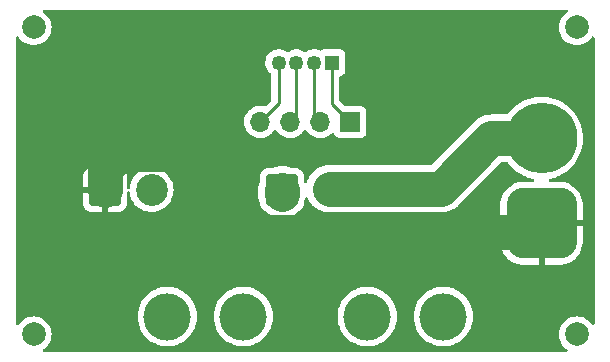
<source format=gtl>
%TF.GenerationSoftware,KiCad,Pcbnew,(6.0.9)*%
%TF.CreationDate,2022-12-21T01:12:51+09:00*%
%TF.ProjectId,power,706f7765-722e-46b6-9963-61645f706362,rev?*%
%TF.SameCoordinates,Original*%
%TF.FileFunction,Copper,L1,Top*%
%TF.FilePolarity,Positive*%
%FSLAX46Y46*%
G04 Gerber Fmt 4.6, Leading zero omitted, Abs format (unit mm)*
G04 Created by KiCad (PCBNEW (6.0.9)) date 2022-12-21 01:12:51*
%MOMM*%
%LPD*%
G01*
G04 APERTURE LIST*
G04 Aperture macros list*
%AMRoundRect*
0 Rectangle with rounded corners*
0 $1 Rounding radius*
0 $2 $3 $4 $5 $6 $7 $8 $9 X,Y pos of 4 corners*
0 Add a 4 corners polygon primitive as box body*
4,1,4,$2,$3,$4,$5,$6,$7,$8,$9,$2,$3,0*
0 Add four circle primitives for the rounded corners*
1,1,$1+$1,$2,$3*
1,1,$1+$1,$4,$5*
1,1,$1+$1,$6,$7*
1,1,$1+$1,$8,$9*
0 Add four rect primitives between the rounded corners*
20,1,$1+$1,$2,$3,$4,$5,0*
20,1,$1+$1,$4,$5,$6,$7,0*
20,1,$1+$1,$6,$7,$8,$9,0*
20,1,$1+$1,$8,$9,$2,$3,0*%
G04 Aperture macros list end*
%TA.AperFunction,ComponentPad*%
%ADD10R,1.251000X1.251000*%
%TD*%
%TA.AperFunction,ComponentPad*%
%ADD11C,1.251000*%
%TD*%
%TA.AperFunction,ComponentPad*%
%ADD12R,1.700000X1.700000*%
%TD*%
%TA.AperFunction,ComponentPad*%
%ADD13O,1.700000X1.700000*%
%TD*%
%TA.AperFunction,ComponentPad*%
%ADD14RoundRect,0.250001X-1.099999X-1.099999X1.099999X-1.099999X1.099999X1.099999X-1.099999X1.099999X0*%
%TD*%
%TA.AperFunction,ComponentPad*%
%ADD15C,2.700000*%
%TD*%
%TA.AperFunction,ComponentPad*%
%ADD16C,4.000000*%
%TD*%
%TA.AperFunction,ComponentPad*%
%ADD17RoundRect,1.500000X1.500000X-1.500000X1.500000X1.500000X-1.500000X1.500000X-1.500000X-1.500000X0*%
%TD*%
%TA.AperFunction,ComponentPad*%
%ADD18C,6.000000*%
%TD*%
%TA.AperFunction,ViaPad*%
%ADD19C,2.000000*%
%TD*%
%TA.AperFunction,Conductor*%
%ADD20C,3.000000*%
%TD*%
%TA.AperFunction,Conductor*%
%ADD21C,0.250000*%
%TD*%
G04 APERTURE END LIST*
D10*
%TO.P,J2,1,Pin_1*%
%TO.N,Net-(J2-Pad1)*%
X117250000Y-75000000D03*
D11*
%TO.P,J2,2,Pin_2*%
%TO.N,Net-(J2-Pad2)*%
X115750000Y-75000000D03*
%TO.P,J2,3,Pin_3*%
%TO.N,Net-(J2-Pad3)*%
X114250000Y-75000000D03*
%TO.P,J2,4,Pin_4*%
%TO.N,Net-(J2-Pad4)*%
X112750000Y-75000000D03*
%TD*%
D12*
%TO.P,J4,1,Pin_1*%
%TO.N,Net-(J2-Pad1)*%
X118800000Y-80025000D03*
D13*
%TO.P,J4,2,Pin_2*%
%TO.N,Net-(J2-Pad2)*%
X116260000Y-80025000D03*
%TO.P,J4,3,Pin_3*%
%TO.N,Net-(J2-Pad3)*%
X113720000Y-80025000D03*
%TO.P,J4,4,Pin_4*%
%TO.N,Net-(J2-Pad4)*%
X111180000Y-80025000D03*
%TD*%
D14*
%TO.P,J3,1,Pin_1*%
%TO.N,Net-(F1-Pad2)*%
X113020000Y-85775000D03*
D15*
%TO.P,J3,2,Pin_2*%
%TO.N,Net-(J1-Pad2)*%
X116980000Y-85775000D03*
%TD*%
D16*
%TO.P,F1,*%
%TO.N,*%
X120246000Y-96500000D03*
X109754000Y-96500000D03*
%TO.P,F1,1*%
%TO.N,Net-(F1-Pad1)*%
X103316000Y-96500000D03*
%TO.P,F1,2*%
%TO.N,Net-(F1-Pad2)*%
X126684000Y-96500000D03*
%TD*%
D14*
%TO.P,J5,1,Pin_1*%
%TO.N,GND*%
X98020000Y-85775000D03*
D15*
%TO.P,J5,2,Pin_2*%
%TO.N,Net-(F1-Pad1)*%
X101980000Y-85775000D03*
%TD*%
D17*
%TO.P,J1,1,Pin_1*%
%TO.N,GND*%
X135000000Y-88600000D03*
D18*
%TO.P,J1,2,Pin_2*%
%TO.N,Net-(J1-Pad2)*%
X135000000Y-81400000D03*
%TD*%
D19*
%TO.N,*%
X92000000Y-72000000D03*
X92000000Y-98000000D03*
X138000000Y-72000000D03*
X138000000Y-98000000D03*
%TD*%
D20*
%TO.N,GND*%
X110328352Y-89328352D02*
X103725000Y-82725000D01*
X103725000Y-82725000D02*
X99275000Y-82725000D01*
X98020000Y-83980000D02*
X98020000Y-85775000D01*
X99275000Y-82725000D02*
X98020000Y-83980000D01*
X134271648Y-89328352D02*
X110328352Y-89328352D01*
X135000000Y-88600000D02*
X134271648Y-89328352D01*
%TO.N,Net-(F1-Pad2)*%
X113020000Y-86128352D02*
X113020000Y-85775000D01*
%TO.N,Net-(J1-Pad2)*%
X135000000Y-81400000D02*
X130757360Y-81400000D01*
X130757360Y-81400000D02*
X126488426Y-85668934D01*
X126488426Y-85668934D02*
X117086066Y-85668934D01*
D21*
%TO.N,Net-(J2-Pad1)*%
X117250000Y-78475000D02*
X118800000Y-80025000D01*
X117250000Y-75000000D02*
X117250000Y-78475000D01*
%TO.N,Net-(J2-Pad2)*%
X115750000Y-79515000D02*
X116260000Y-80025000D01*
X115750000Y-75000000D02*
X115750000Y-79515000D01*
%TO.N,Net-(J2-Pad3)*%
X114250000Y-75000000D02*
X114250000Y-79495000D01*
X114250000Y-79495000D02*
X113720000Y-80025000D01*
%TO.N,Net-(J2-Pad4)*%
X112750000Y-78455000D02*
X111180000Y-80025000D01*
X112750000Y-75000000D02*
X112750000Y-78455000D01*
%TD*%
%TA.AperFunction,Conductor*%
%TO.N,GND*%
G36*
X137168175Y-70528502D02*
G01*
X137214668Y-70582158D01*
X137224772Y-70652432D01*
X137195278Y-70717012D01*
X137165890Y-70741933D01*
X137110584Y-70775824D01*
X136930031Y-70930031D01*
X136775824Y-71110584D01*
X136773245Y-71114792D01*
X136773241Y-71114798D01*
X136654346Y-71308817D01*
X136651760Y-71313037D01*
X136649867Y-71317607D01*
X136649865Y-71317611D01*
X136562789Y-71527833D01*
X136560895Y-71532406D01*
X136505465Y-71763289D01*
X136486835Y-72000000D01*
X136505465Y-72236711D01*
X136560895Y-72467594D01*
X136651760Y-72686963D01*
X136654346Y-72691183D01*
X136773241Y-72885202D01*
X136773245Y-72885208D01*
X136775824Y-72889416D01*
X136930031Y-73069969D01*
X137110584Y-73224176D01*
X137114792Y-73226755D01*
X137114798Y-73226759D01*
X137308817Y-73345654D01*
X137313037Y-73348240D01*
X137317607Y-73350133D01*
X137317611Y-73350135D01*
X137527833Y-73437211D01*
X137532406Y-73439105D01*
X137612609Y-73458360D01*
X137758476Y-73493380D01*
X137758482Y-73493381D01*
X137763289Y-73494535D01*
X138000000Y-73513165D01*
X138236711Y-73494535D01*
X138241518Y-73493381D01*
X138241524Y-73493380D01*
X138387391Y-73458360D01*
X138467594Y-73439105D01*
X138472167Y-73437211D01*
X138682389Y-73350135D01*
X138682393Y-73350133D01*
X138686963Y-73348240D01*
X138691183Y-73345654D01*
X138885202Y-73226759D01*
X138885208Y-73226755D01*
X138889416Y-73224176D01*
X139069969Y-73069969D01*
X139224176Y-72889416D01*
X139258067Y-72834111D01*
X139310715Y-72786480D01*
X139380756Y-72774873D01*
X139445954Y-72802976D01*
X139485608Y-72861867D01*
X139491500Y-72899946D01*
X139491500Y-97100054D01*
X139471498Y-97168175D01*
X139417842Y-97214668D01*
X139347568Y-97224772D01*
X139282988Y-97195278D01*
X139258067Y-97165889D01*
X139233054Y-97125072D01*
X139224176Y-97110584D01*
X139069969Y-96930031D01*
X138889416Y-96775824D01*
X138885208Y-96773245D01*
X138885202Y-96773241D01*
X138691183Y-96654346D01*
X138686963Y-96651760D01*
X138682393Y-96649867D01*
X138682389Y-96649865D01*
X138472167Y-96562789D01*
X138472165Y-96562788D01*
X138467594Y-96560895D01*
X138387391Y-96541640D01*
X138241524Y-96506620D01*
X138241518Y-96506619D01*
X138236711Y-96505465D01*
X138000000Y-96486835D01*
X137763289Y-96505465D01*
X137758482Y-96506619D01*
X137758476Y-96506620D01*
X137612609Y-96541640D01*
X137532406Y-96560895D01*
X137527835Y-96562788D01*
X137527833Y-96562789D01*
X137317611Y-96649865D01*
X137317607Y-96649867D01*
X137313037Y-96651760D01*
X137308817Y-96654346D01*
X137114798Y-96773241D01*
X137114792Y-96773245D01*
X137110584Y-96775824D01*
X136930031Y-96930031D01*
X136775824Y-97110584D01*
X136773245Y-97114792D01*
X136773241Y-97114798D01*
X136654346Y-97308817D01*
X136651760Y-97313037D01*
X136649867Y-97317607D01*
X136649865Y-97317611D01*
X136562789Y-97527833D01*
X136560895Y-97532406D01*
X136505465Y-97763289D01*
X136486835Y-98000000D01*
X136505465Y-98236711D01*
X136560895Y-98467594D01*
X136562788Y-98472165D01*
X136562789Y-98472167D01*
X136625719Y-98624093D01*
X136651760Y-98686963D01*
X136654346Y-98691183D01*
X136773241Y-98885202D01*
X136773245Y-98885208D01*
X136775824Y-98889416D01*
X136930031Y-99069969D01*
X137110584Y-99224176D01*
X137165889Y-99258067D01*
X137213520Y-99310715D01*
X137225127Y-99380756D01*
X137197024Y-99445954D01*
X137138133Y-99485608D01*
X137100054Y-99491500D01*
X92899946Y-99491500D01*
X92831825Y-99471498D01*
X92785332Y-99417842D01*
X92775228Y-99347568D01*
X92804722Y-99282988D01*
X92834111Y-99258067D01*
X92889416Y-99224176D01*
X93069969Y-99069969D01*
X93224176Y-98889416D01*
X93226755Y-98885208D01*
X93226759Y-98885202D01*
X93345654Y-98691183D01*
X93348240Y-98686963D01*
X93374282Y-98624093D01*
X93437211Y-98472167D01*
X93437212Y-98472165D01*
X93439105Y-98467594D01*
X93494535Y-98236711D01*
X93513165Y-98000000D01*
X93494535Y-97763289D01*
X93439105Y-97532406D01*
X93437211Y-97527833D01*
X93350135Y-97317611D01*
X93350133Y-97317607D01*
X93348240Y-97313037D01*
X93345654Y-97308817D01*
X93226759Y-97114798D01*
X93226755Y-97114792D01*
X93224176Y-97110584D01*
X93069969Y-96930031D01*
X92889416Y-96775824D01*
X92885208Y-96773245D01*
X92885202Y-96773241D01*
X92691183Y-96654346D01*
X92686963Y-96651760D01*
X92682393Y-96649867D01*
X92682389Y-96649865D01*
X92472167Y-96562789D01*
X92472165Y-96562788D01*
X92467594Y-96560895D01*
X92387391Y-96541640D01*
X92241524Y-96506620D01*
X92241518Y-96506619D01*
X92236711Y-96505465D01*
X92167273Y-96500000D01*
X100802540Y-96500000D01*
X100822359Y-96815020D01*
X100881505Y-97125072D01*
X100979044Y-97425266D01*
X100980731Y-97428852D01*
X100980733Y-97428856D01*
X101111750Y-97707283D01*
X101111754Y-97707290D01*
X101113438Y-97710869D01*
X101282568Y-97977375D01*
X101483767Y-98220582D01*
X101713860Y-98436654D01*
X101969221Y-98622184D01*
X102245821Y-98774247D01*
X102249490Y-98775700D01*
X102249495Y-98775702D01*
X102526061Y-98885202D01*
X102539298Y-98890443D01*
X102845025Y-98968940D01*
X103158179Y-99008500D01*
X103473821Y-99008500D01*
X103786975Y-98968940D01*
X104092702Y-98890443D01*
X104105939Y-98885202D01*
X104382505Y-98775702D01*
X104382510Y-98775700D01*
X104386179Y-98774247D01*
X104662779Y-98622184D01*
X104918140Y-98436654D01*
X105148233Y-98220582D01*
X105349432Y-97977375D01*
X105518562Y-97710869D01*
X105520246Y-97707290D01*
X105520250Y-97707283D01*
X105651267Y-97428856D01*
X105651269Y-97428852D01*
X105652956Y-97425266D01*
X105750495Y-97125072D01*
X105809641Y-96815020D01*
X105829460Y-96500000D01*
X107240540Y-96500000D01*
X107260359Y-96815020D01*
X107319505Y-97125072D01*
X107417044Y-97425266D01*
X107418731Y-97428852D01*
X107418733Y-97428856D01*
X107549750Y-97707283D01*
X107549754Y-97707290D01*
X107551438Y-97710869D01*
X107720568Y-97977375D01*
X107921767Y-98220582D01*
X108151860Y-98436654D01*
X108407221Y-98622184D01*
X108683821Y-98774247D01*
X108687490Y-98775700D01*
X108687495Y-98775702D01*
X108964061Y-98885202D01*
X108977298Y-98890443D01*
X109283025Y-98968940D01*
X109596179Y-99008500D01*
X109911821Y-99008500D01*
X110224975Y-98968940D01*
X110530702Y-98890443D01*
X110543939Y-98885202D01*
X110820505Y-98775702D01*
X110820510Y-98775700D01*
X110824179Y-98774247D01*
X111100779Y-98622184D01*
X111356140Y-98436654D01*
X111586233Y-98220582D01*
X111787432Y-97977375D01*
X111956562Y-97710869D01*
X111958246Y-97707290D01*
X111958250Y-97707283D01*
X112089267Y-97428856D01*
X112089269Y-97428852D01*
X112090956Y-97425266D01*
X112188495Y-97125072D01*
X112247641Y-96815020D01*
X112267460Y-96500000D01*
X117732540Y-96500000D01*
X117752359Y-96815020D01*
X117811505Y-97125072D01*
X117909044Y-97425266D01*
X117910731Y-97428852D01*
X117910733Y-97428856D01*
X118041750Y-97707283D01*
X118041754Y-97707290D01*
X118043438Y-97710869D01*
X118212568Y-97977375D01*
X118413767Y-98220582D01*
X118643860Y-98436654D01*
X118899221Y-98622184D01*
X119175821Y-98774247D01*
X119179490Y-98775700D01*
X119179495Y-98775702D01*
X119456061Y-98885202D01*
X119469298Y-98890443D01*
X119775025Y-98968940D01*
X120088179Y-99008500D01*
X120403821Y-99008500D01*
X120716975Y-98968940D01*
X121022702Y-98890443D01*
X121035939Y-98885202D01*
X121312505Y-98775702D01*
X121312510Y-98775700D01*
X121316179Y-98774247D01*
X121592779Y-98622184D01*
X121848140Y-98436654D01*
X122078233Y-98220582D01*
X122279432Y-97977375D01*
X122448562Y-97710869D01*
X122450246Y-97707290D01*
X122450250Y-97707283D01*
X122581267Y-97428856D01*
X122581269Y-97428852D01*
X122582956Y-97425266D01*
X122680495Y-97125072D01*
X122739641Y-96815020D01*
X122759460Y-96500000D01*
X124170540Y-96500000D01*
X124190359Y-96815020D01*
X124249505Y-97125072D01*
X124347044Y-97425266D01*
X124348731Y-97428852D01*
X124348733Y-97428856D01*
X124479750Y-97707283D01*
X124479754Y-97707290D01*
X124481438Y-97710869D01*
X124650568Y-97977375D01*
X124851767Y-98220582D01*
X125081860Y-98436654D01*
X125337221Y-98622184D01*
X125613821Y-98774247D01*
X125617490Y-98775700D01*
X125617495Y-98775702D01*
X125894061Y-98885202D01*
X125907298Y-98890443D01*
X126213025Y-98968940D01*
X126526179Y-99008500D01*
X126841821Y-99008500D01*
X127154975Y-98968940D01*
X127460702Y-98890443D01*
X127473939Y-98885202D01*
X127750505Y-98775702D01*
X127750510Y-98775700D01*
X127754179Y-98774247D01*
X128030779Y-98622184D01*
X128286140Y-98436654D01*
X128516233Y-98220582D01*
X128717432Y-97977375D01*
X128886562Y-97710869D01*
X128888246Y-97707290D01*
X128888250Y-97707283D01*
X129019267Y-97428856D01*
X129019269Y-97428852D01*
X129020956Y-97425266D01*
X129118495Y-97125072D01*
X129177641Y-96815020D01*
X129197460Y-96500000D01*
X129177641Y-96184980D01*
X129118495Y-95874928D01*
X129020956Y-95574734D01*
X129019267Y-95571144D01*
X128888250Y-95292717D01*
X128888246Y-95292710D01*
X128886562Y-95289131D01*
X128717432Y-95022625D01*
X128516233Y-94779418D01*
X128286140Y-94563346D01*
X128030779Y-94377816D01*
X127754179Y-94225753D01*
X127750510Y-94224300D01*
X127750505Y-94224298D01*
X127464372Y-94111010D01*
X127464371Y-94111010D01*
X127460702Y-94109557D01*
X127154975Y-94031060D01*
X126841821Y-93991500D01*
X126526179Y-93991500D01*
X126213025Y-94031060D01*
X125907298Y-94109557D01*
X125903629Y-94111010D01*
X125903628Y-94111010D01*
X125617495Y-94224298D01*
X125617490Y-94224300D01*
X125613821Y-94225753D01*
X125337221Y-94377816D01*
X125081860Y-94563346D01*
X124851767Y-94779418D01*
X124650568Y-95022625D01*
X124481438Y-95289131D01*
X124479754Y-95292710D01*
X124479750Y-95292717D01*
X124348733Y-95571144D01*
X124347044Y-95574734D01*
X124249505Y-95874928D01*
X124190359Y-96184980D01*
X124170540Y-96500000D01*
X122759460Y-96500000D01*
X122739641Y-96184980D01*
X122680495Y-95874928D01*
X122582956Y-95574734D01*
X122581267Y-95571144D01*
X122450250Y-95292717D01*
X122450246Y-95292710D01*
X122448562Y-95289131D01*
X122279432Y-95022625D01*
X122078233Y-94779418D01*
X121848140Y-94563346D01*
X121592779Y-94377816D01*
X121316179Y-94225753D01*
X121312510Y-94224300D01*
X121312505Y-94224298D01*
X121026372Y-94111010D01*
X121026371Y-94111010D01*
X121022702Y-94109557D01*
X120716975Y-94031060D01*
X120403821Y-93991500D01*
X120088179Y-93991500D01*
X119775025Y-94031060D01*
X119469298Y-94109557D01*
X119465629Y-94111010D01*
X119465628Y-94111010D01*
X119179495Y-94224298D01*
X119179490Y-94224300D01*
X119175821Y-94225753D01*
X118899221Y-94377816D01*
X118643860Y-94563346D01*
X118413767Y-94779418D01*
X118212568Y-95022625D01*
X118043438Y-95289131D01*
X118041754Y-95292710D01*
X118041750Y-95292717D01*
X117910733Y-95571144D01*
X117909044Y-95574734D01*
X117811505Y-95874928D01*
X117752359Y-96184980D01*
X117732540Y-96500000D01*
X112267460Y-96500000D01*
X112247641Y-96184980D01*
X112188495Y-95874928D01*
X112090956Y-95574734D01*
X112089267Y-95571144D01*
X111958250Y-95292717D01*
X111958246Y-95292710D01*
X111956562Y-95289131D01*
X111787432Y-95022625D01*
X111586233Y-94779418D01*
X111356140Y-94563346D01*
X111100779Y-94377816D01*
X110824179Y-94225753D01*
X110820510Y-94224300D01*
X110820505Y-94224298D01*
X110534372Y-94111010D01*
X110534371Y-94111010D01*
X110530702Y-94109557D01*
X110224975Y-94031060D01*
X109911821Y-93991500D01*
X109596179Y-93991500D01*
X109283025Y-94031060D01*
X108977298Y-94109557D01*
X108973629Y-94111010D01*
X108973628Y-94111010D01*
X108687495Y-94224298D01*
X108687490Y-94224300D01*
X108683821Y-94225753D01*
X108407221Y-94377816D01*
X108151860Y-94563346D01*
X107921767Y-94779418D01*
X107720568Y-95022625D01*
X107551438Y-95289131D01*
X107549754Y-95292710D01*
X107549750Y-95292717D01*
X107418733Y-95571144D01*
X107417044Y-95574734D01*
X107319505Y-95874928D01*
X107260359Y-96184980D01*
X107240540Y-96500000D01*
X105829460Y-96500000D01*
X105809641Y-96184980D01*
X105750495Y-95874928D01*
X105652956Y-95574734D01*
X105651267Y-95571144D01*
X105520250Y-95292717D01*
X105520246Y-95292710D01*
X105518562Y-95289131D01*
X105349432Y-95022625D01*
X105148233Y-94779418D01*
X104918140Y-94563346D01*
X104662779Y-94377816D01*
X104386179Y-94225753D01*
X104382510Y-94224300D01*
X104382505Y-94224298D01*
X104096372Y-94111010D01*
X104096371Y-94111010D01*
X104092702Y-94109557D01*
X103786975Y-94031060D01*
X103473821Y-93991500D01*
X103158179Y-93991500D01*
X102845025Y-94031060D01*
X102539298Y-94109557D01*
X102535629Y-94111010D01*
X102535628Y-94111010D01*
X102249495Y-94224298D01*
X102249490Y-94224300D01*
X102245821Y-94225753D01*
X101969221Y-94377816D01*
X101713860Y-94563346D01*
X101483767Y-94779418D01*
X101282568Y-95022625D01*
X101113438Y-95289131D01*
X101111754Y-95292710D01*
X101111750Y-95292717D01*
X100980733Y-95571144D01*
X100979044Y-95574734D01*
X100881505Y-95874928D01*
X100822359Y-96184980D01*
X100802540Y-96500000D01*
X92167273Y-96500000D01*
X92000000Y-96486835D01*
X91763289Y-96505465D01*
X91758482Y-96506619D01*
X91758476Y-96506620D01*
X91612609Y-96541640D01*
X91532406Y-96560895D01*
X91527835Y-96562788D01*
X91527833Y-96562789D01*
X91317611Y-96649865D01*
X91317607Y-96649867D01*
X91313037Y-96651760D01*
X91308817Y-96654346D01*
X91114798Y-96773241D01*
X91114792Y-96773245D01*
X91110584Y-96775824D01*
X90930031Y-96930031D01*
X90775824Y-97110584D01*
X90766946Y-97125072D01*
X90741933Y-97165889D01*
X90689285Y-97213520D01*
X90619244Y-97225127D01*
X90554046Y-97197024D01*
X90514392Y-97138133D01*
X90508500Y-97100054D01*
X90508500Y-90210915D01*
X131492001Y-90210915D01*
X131492061Y-90213672D01*
X131494601Y-90271855D01*
X131495317Y-90278972D01*
X131537999Y-90548453D01*
X131539978Y-90557023D01*
X131619504Y-90817143D01*
X131622655Y-90825353D01*
X131737613Y-91071882D01*
X131741876Y-91079572D01*
X131890024Y-91307700D01*
X131895314Y-91314719D01*
X132073783Y-91520024D01*
X132079976Y-91526217D01*
X132285281Y-91704686D01*
X132292300Y-91709976D01*
X132520428Y-91858124D01*
X132528118Y-91862387D01*
X132774647Y-91977345D01*
X132782857Y-91980496D01*
X133042977Y-92060022D01*
X133051547Y-92062001D01*
X133321044Y-92104685D01*
X133328128Y-92105399D01*
X133386331Y-92107940D01*
X133389083Y-92108000D01*
X134727885Y-92108000D01*
X134743124Y-92103525D01*
X134744329Y-92102135D01*
X134746000Y-92094452D01*
X134746000Y-92089884D01*
X135254000Y-92089884D01*
X135258475Y-92105123D01*
X135259865Y-92106328D01*
X135267548Y-92107999D01*
X136610915Y-92107999D01*
X136613672Y-92107939D01*
X136671855Y-92105399D01*
X136678972Y-92104683D01*
X136948453Y-92062001D01*
X136957023Y-92060022D01*
X137217143Y-91980496D01*
X137225353Y-91977345D01*
X137471882Y-91862387D01*
X137479572Y-91858124D01*
X137707700Y-91709976D01*
X137714719Y-91704686D01*
X137920024Y-91526217D01*
X137926217Y-91520024D01*
X138104686Y-91314719D01*
X138109976Y-91307700D01*
X138258124Y-91079572D01*
X138262387Y-91071882D01*
X138377345Y-90825353D01*
X138380496Y-90817143D01*
X138460022Y-90557023D01*
X138462001Y-90548453D01*
X138504685Y-90278956D01*
X138505399Y-90271872D01*
X138507940Y-90213669D01*
X138508000Y-90210917D01*
X138508000Y-88872115D01*
X138503525Y-88856876D01*
X138502135Y-88855671D01*
X138494452Y-88854000D01*
X135272115Y-88854000D01*
X135256876Y-88858475D01*
X135255671Y-88859865D01*
X135254000Y-88867548D01*
X135254000Y-92089884D01*
X134746000Y-92089884D01*
X134746000Y-88872115D01*
X134741525Y-88856876D01*
X134740135Y-88855671D01*
X134732452Y-88854000D01*
X131510116Y-88854000D01*
X131494877Y-88858475D01*
X131493672Y-88859865D01*
X131492001Y-88867548D01*
X131492001Y-90210915D01*
X90508500Y-90210915D01*
X90508500Y-86922096D01*
X96162000Y-86922096D01*
X96162337Y-86928611D01*
X96172256Y-87024203D01*
X96175150Y-87037602D01*
X96226588Y-87191783D01*
X96232762Y-87204962D01*
X96318063Y-87342807D01*
X96327099Y-87354208D01*
X96441830Y-87468739D01*
X96453241Y-87477751D01*
X96591245Y-87562818D01*
X96604423Y-87568962D01*
X96758716Y-87620139D01*
X96772081Y-87623005D01*
X96866439Y-87632672D01*
X96872855Y-87633000D01*
X97747885Y-87633000D01*
X97763124Y-87628525D01*
X97764329Y-87627135D01*
X97766000Y-87619452D01*
X97766000Y-87614885D01*
X98274000Y-87614885D01*
X98278475Y-87630124D01*
X98279865Y-87631329D01*
X98287548Y-87633000D01*
X99167096Y-87633000D01*
X99173611Y-87632663D01*
X99269203Y-87622744D01*
X99282602Y-87619850D01*
X99436783Y-87568412D01*
X99449962Y-87562238D01*
X99587807Y-87476937D01*
X99599208Y-87467901D01*
X99713739Y-87353170D01*
X99722751Y-87341759D01*
X99807818Y-87203755D01*
X99813962Y-87190577D01*
X99865139Y-87036284D01*
X99868005Y-87022919D01*
X99877672Y-86928561D01*
X99878000Y-86922145D01*
X99878000Y-86001601D01*
X99898002Y-85933480D01*
X99951658Y-85886987D01*
X100021932Y-85876883D01*
X100086512Y-85906377D01*
X100124896Y-85966103D01*
X100127589Y-85979538D01*
X100128005Y-85979462D01*
X100139527Y-86042548D01*
X100175290Y-86238371D01*
X100258584Y-86488034D01*
X100260577Y-86492022D01*
X100354018Y-86679026D01*
X100376225Y-86723470D01*
X100378754Y-86727129D01*
X100513530Y-86922134D01*
X100525865Y-86939982D01*
X100616198Y-87037703D01*
X100698755Y-87127012D01*
X100704520Y-87133249D01*
X100908623Y-87299415D01*
X100912431Y-87301708D01*
X100912433Y-87301709D01*
X101130288Y-87432868D01*
X101130292Y-87432870D01*
X101134104Y-87435165D01*
X101267306Y-87491569D01*
X101372359Y-87536054D01*
X101372364Y-87536056D01*
X101376462Y-87537791D01*
X101380760Y-87538930D01*
X101380764Y-87538932D01*
X101494024Y-87568962D01*
X101630862Y-87605244D01*
X101892229Y-87636179D01*
X102155347Y-87629978D01*
X102159745Y-87629246D01*
X102410576Y-87587496D01*
X102410580Y-87587495D01*
X102414966Y-87586765D01*
X102419207Y-87585424D01*
X102419210Y-87585423D01*
X102661661Y-87508746D01*
X102661663Y-87508745D01*
X102665907Y-87507403D01*
X102669918Y-87505477D01*
X102669923Y-87505475D01*
X102899143Y-87395405D01*
X102899144Y-87395404D01*
X102903162Y-87393475D01*
X103013187Y-87319958D01*
X103118289Y-87249732D01*
X103118293Y-87249729D01*
X103121997Y-87247254D01*
X103125314Y-87244283D01*
X103125318Y-87244280D01*
X103314729Y-87074629D01*
X103314730Y-87074628D01*
X103318047Y-87071657D01*
X103487398Y-86870189D01*
X103520585Y-86816977D01*
X103601362Y-86687455D01*
X103626674Y-86646869D01*
X103668974Y-86551189D01*
X103731295Y-86410219D01*
X103733093Y-86406152D01*
X103791658Y-86198498D01*
X111011500Y-86198498D01*
X111011653Y-86200684D01*
X111011653Y-86200688D01*
X111025721Y-86401869D01*
X111026189Y-86408564D01*
X111084591Y-86683322D01*
X111086094Y-86687451D01*
X111086095Y-86687455D01*
X111153901Y-86873750D01*
X111161500Y-86916844D01*
X111161500Y-86925400D01*
X111161837Y-86928646D01*
X111161837Y-86928650D01*
X111171752Y-87024203D01*
X111172474Y-87031165D01*
X111174655Y-87037701D01*
X111174655Y-87037703D01*
X111218728Y-87169805D01*
X111228450Y-87198945D01*
X111321522Y-87349348D01*
X111446697Y-87474305D01*
X111452927Y-87478145D01*
X111452928Y-87478146D01*
X111500392Y-87507403D01*
X111597262Y-87567115D01*
X111604212Y-87569420D01*
X111610817Y-87572500D01*
X111648207Y-87599170D01*
X111669705Y-87621432D01*
X111669711Y-87621438D01*
X111672769Y-87624604D01*
X111894118Y-87797540D01*
X111897922Y-87799736D01*
X111897929Y-87799741D01*
X112095067Y-87913558D01*
X112137381Y-87937988D01*
X112397824Y-88043214D01*
X112402097Y-88044279D01*
X112402099Y-88044280D01*
X112666107Y-88110105D01*
X112666112Y-88110106D01*
X112670376Y-88111169D01*
X112674744Y-88111628D01*
X112674749Y-88111629D01*
X112945364Y-88140071D01*
X112945367Y-88140071D01*
X112949733Y-88140530D01*
X112954121Y-88140377D01*
X112954127Y-88140377D01*
X113226061Y-88130881D01*
X113226067Y-88130880D01*
X113230458Y-88130727D01*
X113234781Y-88129965D01*
X113234788Y-88129964D01*
X113410494Y-88098982D01*
X113507087Y-88081950D01*
X113774235Y-87995149D01*
X113778188Y-87993221D01*
X113778193Y-87993219D01*
X113891432Y-87937988D01*
X114026702Y-87872012D01*
X114030341Y-87869557D01*
X114030347Y-87869554D01*
X114141125Y-87794833D01*
X114259576Y-87714937D01*
X114393339Y-87594496D01*
X114430721Y-87572718D01*
X114430372Y-87571972D01*
X114437001Y-87568867D01*
X114443945Y-87566550D01*
X114453050Y-87560916D01*
X114588120Y-87477332D01*
X114594348Y-87473478D01*
X114719305Y-87348303D01*
X114752169Y-87294988D01*
X114808275Y-87203968D01*
X114808276Y-87203966D01*
X114812115Y-87197738D01*
X114844008Y-87101584D01*
X114865632Y-87036389D01*
X114865632Y-87036387D01*
X114867797Y-87029861D01*
X114868509Y-87022919D01*
X114877006Y-86939982D01*
X114878500Y-86925400D01*
X114878500Y-86918962D01*
X114889393Y-86867713D01*
X114910195Y-86820991D01*
X114910196Y-86820989D01*
X114911982Y-86816977D01*
X114989407Y-86546962D01*
X114996975Y-86493115D01*
X115026264Y-86428441D01*
X115085868Y-86389868D01*
X115156864Y-86389643D01*
X115216712Y-86427837D01*
X115234997Y-86455416D01*
X115342406Y-86675636D01*
X115344861Y-86679275D01*
X115344864Y-86679281D01*
X115497014Y-86904853D01*
X115499481Y-86908510D01*
X115502425Y-86911779D01*
X115502433Y-86911790D01*
X115514001Y-86924638D01*
X115520511Y-86932872D01*
X115520548Y-86932842D01*
X115523331Y-86936316D01*
X115525865Y-86939982D01*
X115528884Y-86943247D01*
X115528888Y-86943253D01*
X115600591Y-87020820D01*
X115601702Y-87022038D01*
X115687437Y-87117256D01*
X115690799Y-87120077D01*
X115691569Y-87120723D01*
X115698167Y-87127012D01*
X115698247Y-87126927D01*
X115701498Y-87129980D01*
X115704520Y-87133249D01*
X115707973Y-87136061D01*
X115707975Y-87136062D01*
X115770250Y-87186762D01*
X115771636Y-87187908D01*
X115902616Y-87297813D01*
X116140830Y-87446665D01*
X116277249Y-87507403D01*
X116372798Y-87549944D01*
X116397441Y-87560916D01*
X116438600Y-87572718D01*
X116648830Y-87633000D01*
X116667456Y-87638341D01*
X116671806Y-87638952D01*
X116671809Y-87638953D01*
X116774756Y-87653421D01*
X116945618Y-87677434D01*
X126432531Y-87677434D01*
X126439125Y-87677607D01*
X126519167Y-87681802D01*
X126519173Y-87681802D01*
X126523564Y-87682032D01*
X126527941Y-87681649D01*
X126527945Y-87681649D01*
X126644940Y-87671413D01*
X126647133Y-87671241D01*
X126764253Y-87663052D01*
X126764259Y-87663051D01*
X126768638Y-87662745D01*
X126778319Y-87660687D01*
X126793526Y-87658415D01*
X126799001Y-87657936D01*
X126799014Y-87657934D01*
X126803392Y-87657551D01*
X126807671Y-87656563D01*
X126807678Y-87656562D01*
X126922121Y-87630141D01*
X126924266Y-87629666D01*
X127039089Y-87605259D01*
X127039096Y-87605257D01*
X127043396Y-87604343D01*
X127052707Y-87600954D01*
X127067445Y-87596589D01*
X127077089Y-87594362D01*
X127100377Y-87585423D01*
X127159265Y-87562818D01*
X127190826Y-87550703D01*
X127192857Y-87549944D01*
X127303208Y-87509780D01*
X127303217Y-87509776D01*
X127307352Y-87508271D01*
X127316090Y-87503625D01*
X127330078Y-87497251D01*
X127335212Y-87495280D01*
X127335224Y-87495275D01*
X127339328Y-87493699D01*
X127445947Y-87434598D01*
X127447814Y-87433586D01*
X127551484Y-87378464D01*
X127551493Y-87378458D01*
X127555368Y-87376398D01*
X127558925Y-87373813D01*
X127558931Y-87373810D01*
X127563379Y-87370579D01*
X127576353Y-87362313D01*
X127585005Y-87357517D01*
X127682270Y-87284223D01*
X127684024Y-87282925D01*
X127779063Y-87213875D01*
X127779064Y-87213874D01*
X127782618Y-87211292D01*
X127788579Y-87205536D01*
X127789746Y-87204409D01*
X127801438Y-87194424D01*
X127805819Y-87191122D01*
X127805820Y-87191121D01*
X127809338Y-87188470D01*
X127895414Y-87102394D01*
X127896982Y-87100852D01*
X127927214Y-87071657D01*
X127984678Y-87016165D01*
X127990779Y-87008356D01*
X128000974Y-86996834D01*
X131552403Y-83445405D01*
X131614715Y-83411379D01*
X131641498Y-83408500D01*
X132052577Y-83408500D01*
X132120698Y-83428502D01*
X132154509Y-83460434D01*
X132155875Y-83462314D01*
X132157668Y-83465075D01*
X132389098Y-83750867D01*
X132649133Y-84010902D01*
X132934925Y-84242332D01*
X133243342Y-84442620D01*
X133246276Y-84444115D01*
X133246283Y-84444119D01*
X133490415Y-84568510D01*
X133571006Y-84609573D01*
X133618635Y-84627856D01*
X133888773Y-84731552D01*
X133914326Y-84741361D01*
X134269541Y-84836541D01*
X134272793Y-84837056D01*
X134272802Y-84837058D01*
X134301178Y-84841552D01*
X134365331Y-84871965D01*
X134402858Y-84932233D01*
X134401844Y-85003223D01*
X134362611Y-85062394D01*
X134297615Y-85090962D01*
X134281467Y-85092001D01*
X133389086Y-85092001D01*
X133386328Y-85092061D01*
X133328145Y-85094601D01*
X133321028Y-85095317D01*
X133051547Y-85137999D01*
X133042977Y-85139978D01*
X132782857Y-85219504D01*
X132774647Y-85222655D01*
X132528118Y-85337613D01*
X132520428Y-85341876D01*
X132292300Y-85490024D01*
X132285281Y-85495314D01*
X132079976Y-85673783D01*
X132073783Y-85679976D01*
X131895314Y-85885281D01*
X131890024Y-85892300D01*
X131741876Y-86120428D01*
X131737613Y-86128118D01*
X131622655Y-86374647D01*
X131619504Y-86382857D01*
X131539978Y-86642977D01*
X131537999Y-86651547D01*
X131495315Y-86921044D01*
X131494601Y-86928128D01*
X131492060Y-86986331D01*
X131492000Y-86989083D01*
X131492000Y-88327885D01*
X131496475Y-88343124D01*
X131497865Y-88344329D01*
X131505548Y-88346000D01*
X138489884Y-88346000D01*
X138505123Y-88341525D01*
X138506328Y-88340135D01*
X138507999Y-88332452D01*
X138507999Y-86989086D01*
X138507939Y-86986328D01*
X138505399Y-86928145D01*
X138504683Y-86921028D01*
X138462001Y-86651547D01*
X138460022Y-86642977D01*
X138380496Y-86382857D01*
X138377345Y-86374647D01*
X138262387Y-86128118D01*
X138258124Y-86120428D01*
X138109976Y-85892300D01*
X138104686Y-85885281D01*
X137926217Y-85679976D01*
X137920024Y-85673783D01*
X137714719Y-85495314D01*
X137707700Y-85490024D01*
X137479572Y-85341876D01*
X137471882Y-85337613D01*
X137225353Y-85222655D01*
X137217143Y-85219504D01*
X136957023Y-85139978D01*
X136948453Y-85137999D01*
X136678956Y-85095315D01*
X136671872Y-85094601D01*
X136613669Y-85092060D01*
X136610917Y-85092000D01*
X135718536Y-85092000D01*
X135650415Y-85071998D01*
X135603922Y-85018342D01*
X135593818Y-84948068D01*
X135623312Y-84883488D01*
X135683038Y-84845104D01*
X135698827Y-84841551D01*
X135727193Y-84837059D01*
X135727206Y-84837056D01*
X135730459Y-84836541D01*
X136085674Y-84741361D01*
X136111228Y-84731552D01*
X136381365Y-84627856D01*
X136428994Y-84609573D01*
X136509585Y-84568510D01*
X136753717Y-84444119D01*
X136753724Y-84444115D01*
X136756658Y-84442620D01*
X137065075Y-84242332D01*
X137350867Y-84010902D01*
X137610902Y-83750867D01*
X137842332Y-83465075D01*
X138042620Y-83156657D01*
X138209573Y-82828994D01*
X138341361Y-82485674D01*
X138436541Y-82130459D01*
X138494069Y-81767241D01*
X138513315Y-81400000D01*
X138494069Y-81032759D01*
X138489236Y-81002240D01*
X138461272Y-80825688D01*
X138436541Y-80669541D01*
X138341361Y-80314326D01*
X138209573Y-79971006D01*
X138114646Y-79784702D01*
X138044119Y-79646284D01*
X138044115Y-79646277D01*
X138042620Y-79643343D01*
X138037085Y-79634819D01*
X137883094Y-79397693D01*
X137842332Y-79334925D01*
X137610902Y-79049133D01*
X137350867Y-78789098D01*
X137065075Y-78557668D01*
X136756658Y-78357380D01*
X136753724Y-78355885D01*
X136753717Y-78355881D01*
X136431934Y-78191925D01*
X136428994Y-78190427D01*
X136085674Y-78058639D01*
X135730459Y-77963459D01*
X135537442Y-77932888D01*
X135370489Y-77906445D01*
X135370481Y-77906444D01*
X135367241Y-77905931D01*
X135000000Y-77886685D01*
X134632759Y-77905931D01*
X134629519Y-77906444D01*
X134629511Y-77906445D01*
X134462558Y-77932888D01*
X134269541Y-77963459D01*
X133914326Y-78058639D01*
X133571006Y-78190427D01*
X133568066Y-78191925D01*
X133246284Y-78355881D01*
X133246277Y-78355885D01*
X133243343Y-78357380D01*
X133240577Y-78359176D01*
X133240574Y-78359178D01*
X133139024Y-78425125D01*
X132934925Y-78557668D01*
X132649133Y-78789098D01*
X132389098Y-79049133D01*
X132328902Y-79123469D01*
X132167870Y-79322327D01*
X132157668Y-79334925D01*
X132155875Y-79337686D01*
X132154509Y-79339566D01*
X132098285Y-79382917D01*
X132052577Y-79391500D01*
X130813249Y-79391500D01*
X130806655Y-79391327D01*
X130726618Y-79387132D01*
X130726612Y-79387132D01*
X130722221Y-79386902D01*
X130717844Y-79387285D01*
X130717839Y-79387285D01*
X130600842Y-79397521D01*
X130598650Y-79397693D01*
X130481533Y-79405882D01*
X130481528Y-79405883D01*
X130477148Y-79406189D01*
X130467467Y-79408247D01*
X130452260Y-79410519D01*
X130446785Y-79410998D01*
X130446772Y-79411000D01*
X130442394Y-79411383D01*
X130438115Y-79412371D01*
X130438108Y-79412372D01*
X130323665Y-79438793D01*
X130321520Y-79439268D01*
X130206697Y-79463675D01*
X130206690Y-79463677D01*
X130202390Y-79464591D01*
X130193079Y-79467980D01*
X130178341Y-79472345D01*
X130168697Y-79474572D01*
X130054982Y-79518223D01*
X130052951Y-79518982D01*
X129942567Y-79559158D01*
X129942558Y-79559162D01*
X129938434Y-79560663D01*
X129934562Y-79562722D01*
X129934550Y-79562727D01*
X129929685Y-79565314D01*
X129915694Y-79571690D01*
X129910567Y-79573658D01*
X129910560Y-79573661D01*
X129906458Y-79575236D01*
X129902612Y-79577368D01*
X129799929Y-79634286D01*
X129798018Y-79635324D01*
X129690418Y-79692536D01*
X129686859Y-79695122D01*
X129682416Y-79698350D01*
X129669433Y-79706621D01*
X129664635Y-79709280D01*
X129664626Y-79709286D01*
X129660781Y-79711417D01*
X129576794Y-79774707D01*
X129563530Y-79784702D01*
X129561788Y-79785991D01*
X129463168Y-79857642D01*
X129460003Y-79860698D01*
X129460001Y-79860700D01*
X129456037Y-79864528D01*
X129444344Y-79874514D01*
X129439967Y-79877813D01*
X129436448Y-79880465D01*
X129350401Y-79966512D01*
X129348833Y-79968054D01*
X129264270Y-80049715D01*
X129264267Y-80049719D01*
X129261108Y-80052769D01*
X129254999Y-80060588D01*
X129244813Y-80072100D01*
X125693383Y-83623529D01*
X125631071Y-83657555D01*
X125604288Y-83660434D01*
X117015920Y-83660434D01*
X117013734Y-83660587D01*
X117013730Y-83660587D01*
X116810239Y-83674816D01*
X116810234Y-83674817D01*
X116805854Y-83675123D01*
X116531096Y-83733525D01*
X116526967Y-83735028D01*
X116526963Y-83735029D01*
X116271285Y-83828088D01*
X116271281Y-83828090D01*
X116267140Y-83829597D01*
X116019124Y-83961470D01*
X116015565Y-83964056D01*
X116015563Y-83964057D01*
X115840487Y-84091257D01*
X115791874Y-84126576D01*
X115788710Y-84129632D01*
X115788707Y-84129634D01*
X115707307Y-84208241D01*
X115589814Y-84321703D01*
X115495344Y-84442620D01*
X115434780Y-84520139D01*
X115416878Y-84543052D01*
X115414682Y-84546856D01*
X115414677Y-84546863D01*
X115312290Y-84724204D01*
X115276430Y-84786315D01*
X115171204Y-85046758D01*
X115164911Y-85071998D01*
X115157539Y-85101565D01*
X115121651Y-85162823D01*
X115058341Y-85194954D01*
X114987710Y-85187757D01*
X114932183Y-85143516D01*
X114916881Y-85114176D01*
X114910017Y-85095315D01*
X114886099Y-85029602D01*
X114878500Y-84986508D01*
X114878500Y-84624600D01*
X114876941Y-84609573D01*
X114868238Y-84525693D01*
X114868237Y-84525689D01*
X114867526Y-84518835D01*
X114811550Y-84351055D01*
X114718478Y-84200652D01*
X114593303Y-84075695D01*
X114575946Y-84064996D01*
X114448968Y-83986725D01*
X114448966Y-83986724D01*
X114442738Y-83982885D01*
X114300476Y-83935699D01*
X114281389Y-83929368D01*
X114281387Y-83929368D01*
X114274861Y-83927203D01*
X114268025Y-83926503D01*
X114268022Y-83926502D01*
X114224969Y-83922091D01*
X114170400Y-83916500D01*
X113806168Y-83916500D01*
X113758968Y-83907325D01*
X113642176Y-83860138D01*
X113637905Y-83859073D01*
X113373893Y-83793247D01*
X113373888Y-83793246D01*
X113369624Y-83792183D01*
X113365256Y-83791724D01*
X113365251Y-83791723D01*
X113094636Y-83763281D01*
X113094633Y-83763281D01*
X113090267Y-83762822D01*
X113085879Y-83762975D01*
X113085873Y-83762975D01*
X112813939Y-83772471D01*
X112813933Y-83772472D01*
X112809542Y-83772625D01*
X112805219Y-83773387D01*
X112805212Y-83773388D01*
X112629506Y-83804370D01*
X112532913Y-83821402D01*
X112408620Y-83861787D01*
X112269947Y-83906844D01*
X112269945Y-83906845D01*
X112265765Y-83908203D01*
X112265674Y-83907924D01*
X112221557Y-83916500D01*
X111869600Y-83916500D01*
X111866354Y-83916837D01*
X111866350Y-83916837D01*
X111770693Y-83926762D01*
X111770689Y-83926763D01*
X111763835Y-83927474D01*
X111757299Y-83929655D01*
X111757297Y-83929655D01*
X111668129Y-83959404D01*
X111596055Y-83983450D01*
X111445652Y-84076522D01*
X111320695Y-84201697D01*
X111316855Y-84207927D01*
X111316854Y-84207928D01*
X111237446Y-84336752D01*
X111227885Y-84352262D01*
X111225581Y-84359209D01*
X111174771Y-84512398D01*
X111172203Y-84520139D01*
X111171503Y-84526975D01*
X111171502Y-84526978D01*
X111170210Y-84539587D01*
X111161500Y-84624600D01*
X111161500Y-84984390D01*
X111150607Y-85035639D01*
X111143755Y-85051030D01*
X111128018Y-85086375D01*
X111050593Y-85356390D01*
X111011500Y-85634552D01*
X111011500Y-86198498D01*
X103791658Y-86198498D01*
X103804534Y-86152843D01*
X103833998Y-85933480D01*
X103839143Y-85895176D01*
X103839144Y-85895168D01*
X103839570Y-85891994D01*
X103843247Y-85775000D01*
X103824659Y-85512466D01*
X103823580Y-85507452D01*
X103770201Y-85259523D01*
X103769264Y-85255171D01*
X103757269Y-85222655D01*
X103679710Y-85012424D01*
X103678169Y-85008247D01*
X103666439Y-84986508D01*
X103555304Y-84780538D01*
X103553191Y-84776622D01*
X103396824Y-84564918D01*
X103379051Y-84546863D01*
X103306166Y-84472825D01*
X103212187Y-84377358D01*
X103208647Y-84374657D01*
X103208641Y-84374651D01*
X103006506Y-84220386D01*
X103006502Y-84220383D01*
X103002965Y-84217684D01*
X102773332Y-84089084D01*
X102527870Y-83994122D01*
X102523545Y-83993119D01*
X102523540Y-83993118D01*
X102378086Y-83959404D01*
X102271476Y-83934693D01*
X102009267Y-83911983D01*
X102004832Y-83912227D01*
X102004828Y-83912227D01*
X101750916Y-83926200D01*
X101750909Y-83926201D01*
X101746473Y-83926445D01*
X101618369Y-83951927D01*
X101492711Y-83976921D01*
X101492706Y-83976922D01*
X101488339Y-83977791D01*
X101484136Y-83979267D01*
X101244223Y-84063518D01*
X101244220Y-84063519D01*
X101240015Y-84064996D01*
X101236062Y-84067049D01*
X101236056Y-84067052D01*
X101126453Y-84123987D01*
X101006456Y-84186321D01*
X101002841Y-84188904D01*
X101002835Y-84188908D01*
X100925560Y-84244130D01*
X100792322Y-84339344D01*
X100789095Y-84342422D01*
X100789093Y-84342424D01*
X100610914Y-84512398D01*
X100601885Y-84521011D01*
X100438945Y-84727700D01*
X100410529Y-84776622D01*
X100308987Y-84951438D01*
X100308984Y-84951444D01*
X100306753Y-84955285D01*
X100305083Y-84959408D01*
X100231945Y-85139978D01*
X100207947Y-85199225D01*
X100206876Y-85203538D01*
X100206874Y-85203543D01*
X100202779Y-85220030D01*
X100144498Y-85454654D01*
X100144044Y-85459085D01*
X100129344Y-85602556D01*
X100102503Y-85668283D01*
X100044388Y-85709065D01*
X99973450Y-85711953D01*
X99912211Y-85676031D01*
X99880115Y-85612704D01*
X99878000Y-85589713D01*
X99878000Y-84627904D01*
X99877663Y-84621389D01*
X99867744Y-84525797D01*
X99864850Y-84512398D01*
X99813412Y-84358217D01*
X99807238Y-84345038D01*
X99721937Y-84207193D01*
X99712901Y-84195792D01*
X99598170Y-84081261D01*
X99586759Y-84072249D01*
X99448755Y-83987182D01*
X99435577Y-83981038D01*
X99281284Y-83929861D01*
X99267919Y-83926995D01*
X99173561Y-83917328D01*
X99167144Y-83917000D01*
X98292115Y-83917000D01*
X98276876Y-83921475D01*
X98275671Y-83922865D01*
X98274000Y-83930548D01*
X98274000Y-87614885D01*
X97766000Y-87614885D01*
X97766000Y-86047115D01*
X97761525Y-86031876D01*
X97760135Y-86030671D01*
X97752452Y-86029000D01*
X96180115Y-86029000D01*
X96164876Y-86033475D01*
X96163671Y-86034865D01*
X96162000Y-86042548D01*
X96162000Y-86922096D01*
X90508500Y-86922096D01*
X90508500Y-85502885D01*
X96162000Y-85502885D01*
X96166475Y-85518124D01*
X96167865Y-85519329D01*
X96175548Y-85521000D01*
X97747885Y-85521000D01*
X97763124Y-85516525D01*
X97764329Y-85515135D01*
X97766000Y-85507452D01*
X97766000Y-83935115D01*
X97761525Y-83919876D01*
X97760135Y-83918671D01*
X97752452Y-83917000D01*
X96872904Y-83917000D01*
X96866389Y-83917337D01*
X96770797Y-83927256D01*
X96757398Y-83930150D01*
X96603217Y-83981588D01*
X96590038Y-83987762D01*
X96452193Y-84073063D01*
X96440792Y-84082099D01*
X96326261Y-84196830D01*
X96317249Y-84208241D01*
X96232182Y-84346245D01*
X96226038Y-84359423D01*
X96174861Y-84513716D01*
X96171995Y-84527081D01*
X96162328Y-84621439D01*
X96162000Y-84627856D01*
X96162000Y-85502885D01*
X90508500Y-85502885D01*
X90508500Y-79991695D01*
X109817251Y-79991695D01*
X109817548Y-79996848D01*
X109817548Y-79996851D01*
X109821573Y-80066650D01*
X109830110Y-80214715D01*
X109831247Y-80219761D01*
X109831248Y-80219767D01*
X109851862Y-80311236D01*
X109879222Y-80432639D01*
X109963266Y-80639616D01*
X110000685Y-80700678D01*
X110077291Y-80825688D01*
X110079987Y-80830088D01*
X110226250Y-80998938D01*
X110398126Y-81141632D01*
X110591000Y-81254338D01*
X110799692Y-81334030D01*
X110804760Y-81335061D01*
X110804763Y-81335062D01*
X110912017Y-81356883D01*
X111018597Y-81378567D01*
X111023772Y-81378757D01*
X111023774Y-81378757D01*
X111236673Y-81386564D01*
X111236677Y-81386564D01*
X111241837Y-81386753D01*
X111246957Y-81386097D01*
X111246959Y-81386097D01*
X111458288Y-81359025D01*
X111458289Y-81359025D01*
X111463416Y-81358368D01*
X111468366Y-81356883D01*
X111672429Y-81295661D01*
X111672434Y-81295659D01*
X111677384Y-81294174D01*
X111877994Y-81195896D01*
X112059860Y-81066173D01*
X112090090Y-81036049D01*
X112154124Y-80972238D01*
X112218096Y-80908489D01*
X112277594Y-80825689D01*
X112348453Y-80727077D01*
X112349776Y-80728028D01*
X112396645Y-80684857D01*
X112466580Y-80672625D01*
X112532026Y-80700144D01*
X112559875Y-80731994D01*
X112619987Y-80830088D01*
X112766250Y-80998938D01*
X112938126Y-81141632D01*
X113131000Y-81254338D01*
X113339692Y-81334030D01*
X113344760Y-81335061D01*
X113344763Y-81335062D01*
X113452017Y-81356883D01*
X113558597Y-81378567D01*
X113563772Y-81378757D01*
X113563774Y-81378757D01*
X113776673Y-81386564D01*
X113776677Y-81386564D01*
X113781837Y-81386753D01*
X113786957Y-81386097D01*
X113786959Y-81386097D01*
X113998288Y-81359025D01*
X113998289Y-81359025D01*
X114003416Y-81358368D01*
X114008366Y-81356883D01*
X114212429Y-81295661D01*
X114212434Y-81295659D01*
X114217384Y-81294174D01*
X114417994Y-81195896D01*
X114599860Y-81066173D01*
X114630090Y-81036049D01*
X114694124Y-80972238D01*
X114758096Y-80908489D01*
X114817594Y-80825689D01*
X114888453Y-80727077D01*
X114889776Y-80728028D01*
X114936645Y-80684857D01*
X115006580Y-80672625D01*
X115072026Y-80700144D01*
X115099875Y-80731994D01*
X115159987Y-80830088D01*
X115306250Y-80998938D01*
X115478126Y-81141632D01*
X115671000Y-81254338D01*
X115879692Y-81334030D01*
X115884760Y-81335061D01*
X115884763Y-81335062D01*
X115992017Y-81356883D01*
X116098597Y-81378567D01*
X116103772Y-81378757D01*
X116103774Y-81378757D01*
X116316673Y-81386564D01*
X116316677Y-81386564D01*
X116321837Y-81386753D01*
X116326957Y-81386097D01*
X116326959Y-81386097D01*
X116538288Y-81359025D01*
X116538289Y-81359025D01*
X116543416Y-81358368D01*
X116548366Y-81356883D01*
X116752429Y-81295661D01*
X116752434Y-81295659D01*
X116757384Y-81294174D01*
X116957994Y-81195896D01*
X117139860Y-81066173D01*
X117248091Y-80958319D01*
X117310462Y-80924404D01*
X117381268Y-80929592D01*
X117438030Y-80972238D01*
X117455012Y-81003341D01*
X117467274Y-81036049D01*
X117499385Y-81121705D01*
X117586739Y-81238261D01*
X117703295Y-81325615D01*
X117839684Y-81376745D01*
X117901866Y-81383500D01*
X119698134Y-81383500D01*
X119760316Y-81376745D01*
X119896705Y-81325615D01*
X120013261Y-81238261D01*
X120100615Y-81121705D01*
X120151745Y-80985316D01*
X120158500Y-80923134D01*
X120158500Y-79126866D01*
X120151745Y-79064684D01*
X120100615Y-78928295D01*
X120013261Y-78811739D01*
X119896705Y-78724385D01*
X119760316Y-78673255D01*
X119698134Y-78666500D01*
X118389595Y-78666500D01*
X118321474Y-78646498D01*
X118300500Y-78629595D01*
X117920405Y-78249500D01*
X117886379Y-78187188D01*
X117883500Y-78160405D01*
X117883500Y-76250112D01*
X117903502Y-76181991D01*
X117957158Y-76135498D01*
X117979039Y-76127981D01*
X117985816Y-76127245D01*
X117993211Y-76124473D01*
X117993214Y-76124472D01*
X118113797Y-76079267D01*
X118122205Y-76076115D01*
X118238761Y-75988761D01*
X118326115Y-75872205D01*
X118377245Y-75735816D01*
X118384000Y-75673634D01*
X118384000Y-74326366D01*
X118377245Y-74264184D01*
X118326115Y-74127795D01*
X118238761Y-74011239D01*
X118122205Y-73923885D01*
X117985816Y-73872755D01*
X117923634Y-73866000D01*
X116576366Y-73866000D01*
X116514184Y-73872755D01*
X116377795Y-73923885D01*
X116370612Y-73929268D01*
X116370609Y-73929270D01*
X116342444Y-73950379D01*
X116275938Y-73975226D01*
X116220190Y-73966582D01*
X116078817Y-73910180D01*
X116073453Y-73908040D01*
X116067796Y-73906915D01*
X116067790Y-73906913D01*
X115874710Y-73868508D01*
X115874708Y-73868508D01*
X115869043Y-73867381D01*
X115863268Y-73867305D01*
X115863264Y-73867305D01*
X115759007Y-73865941D01*
X115660646Y-73864653D01*
X115654949Y-73865632D01*
X115654948Y-73865632D01*
X115460939Y-73898969D01*
X115455242Y-73899948D01*
X115259709Y-73972084D01*
X115080596Y-74078645D01*
X115076256Y-74082451D01*
X115073196Y-74084674D01*
X115006328Y-74108530D01*
X114931904Y-74089297D01*
X114771914Y-73988351D01*
X114767031Y-73985270D01*
X114573453Y-73908040D01*
X114567796Y-73906915D01*
X114567790Y-73906913D01*
X114374710Y-73868508D01*
X114374708Y-73868508D01*
X114369043Y-73867381D01*
X114363268Y-73867305D01*
X114363264Y-73867305D01*
X114259007Y-73865941D01*
X114160646Y-73864653D01*
X114154949Y-73865632D01*
X114154948Y-73865632D01*
X113960939Y-73898969D01*
X113955242Y-73899948D01*
X113759709Y-73972084D01*
X113580596Y-74078645D01*
X113576256Y-74082451D01*
X113573196Y-74084674D01*
X113506328Y-74108530D01*
X113431904Y-74089297D01*
X113271914Y-73988351D01*
X113267031Y-73985270D01*
X113073453Y-73908040D01*
X113067796Y-73906915D01*
X113067790Y-73906913D01*
X112874710Y-73868508D01*
X112874708Y-73868508D01*
X112869043Y-73867381D01*
X112863268Y-73867305D01*
X112863264Y-73867305D01*
X112759007Y-73865941D01*
X112660646Y-73864653D01*
X112654949Y-73865632D01*
X112654948Y-73865632D01*
X112460939Y-73898969D01*
X112455242Y-73899948D01*
X112259709Y-73972084D01*
X112254748Y-73975036D01*
X112254747Y-73975036D01*
X112085564Y-74075689D01*
X112085561Y-74075691D01*
X112080596Y-74078645D01*
X111923902Y-74216062D01*
X111794873Y-74379733D01*
X111697832Y-74564178D01*
X111636029Y-74763218D01*
X111611532Y-74970188D01*
X111625163Y-75178157D01*
X111676465Y-75380159D01*
X111720093Y-75474794D01*
X111761301Y-75564183D01*
X111761304Y-75564188D01*
X111763720Y-75569429D01*
X111884006Y-75739629D01*
X112033293Y-75885059D01*
X112060502Y-75903240D01*
X112106029Y-75957714D01*
X112116500Y-76008004D01*
X112116500Y-78140405D01*
X112096498Y-78208526D01*
X112079595Y-78229500D01*
X111637345Y-78671750D01*
X111575033Y-78705776D01*
X111526154Y-78706702D01*
X111313373Y-78668800D01*
X111313367Y-78668799D01*
X111308284Y-78667894D01*
X111234452Y-78666992D01*
X111090081Y-78665228D01*
X111090079Y-78665228D01*
X111084911Y-78665165D01*
X110864091Y-78698955D01*
X110651756Y-78768357D01*
X110453607Y-78871507D01*
X110449474Y-78874610D01*
X110449471Y-78874612D01*
X110279100Y-79002530D01*
X110274965Y-79005635D01*
X110120629Y-79167138D01*
X109994743Y-79351680D01*
X109900688Y-79554305D01*
X109840989Y-79769570D01*
X109817251Y-79991695D01*
X90508500Y-79991695D01*
X90508500Y-72899946D01*
X90528502Y-72831825D01*
X90582158Y-72785332D01*
X90652432Y-72775228D01*
X90717012Y-72804722D01*
X90741933Y-72834110D01*
X90775824Y-72889416D01*
X90930031Y-73069969D01*
X91110584Y-73224176D01*
X91114792Y-73226755D01*
X91114798Y-73226759D01*
X91308817Y-73345654D01*
X91313037Y-73348240D01*
X91317607Y-73350133D01*
X91317611Y-73350135D01*
X91527833Y-73437211D01*
X91532406Y-73439105D01*
X91612609Y-73458360D01*
X91758476Y-73493380D01*
X91758482Y-73493381D01*
X91763289Y-73494535D01*
X92000000Y-73513165D01*
X92236711Y-73494535D01*
X92241518Y-73493381D01*
X92241524Y-73493380D01*
X92387391Y-73458360D01*
X92467594Y-73439105D01*
X92472167Y-73437211D01*
X92682389Y-73350135D01*
X92682393Y-73350133D01*
X92686963Y-73348240D01*
X92691183Y-73345654D01*
X92885202Y-73226759D01*
X92885208Y-73226755D01*
X92889416Y-73224176D01*
X93069969Y-73069969D01*
X93224176Y-72889416D01*
X93226755Y-72885208D01*
X93226759Y-72885202D01*
X93345654Y-72691183D01*
X93348240Y-72686963D01*
X93439105Y-72467594D01*
X93494535Y-72236711D01*
X93513165Y-72000000D01*
X93494535Y-71763289D01*
X93439105Y-71532406D01*
X93437211Y-71527833D01*
X93350135Y-71317611D01*
X93350133Y-71317607D01*
X93348240Y-71313037D01*
X93345654Y-71308817D01*
X93226759Y-71114798D01*
X93226755Y-71114792D01*
X93224176Y-71110584D01*
X93069969Y-70930031D01*
X92889416Y-70775824D01*
X92834111Y-70741933D01*
X92786480Y-70689285D01*
X92774873Y-70619244D01*
X92802976Y-70554046D01*
X92861867Y-70514392D01*
X92899946Y-70508500D01*
X137100054Y-70508500D01*
X137168175Y-70528502D01*
G37*
%TD.AperFunction*%
%TD*%
M02*

</source>
